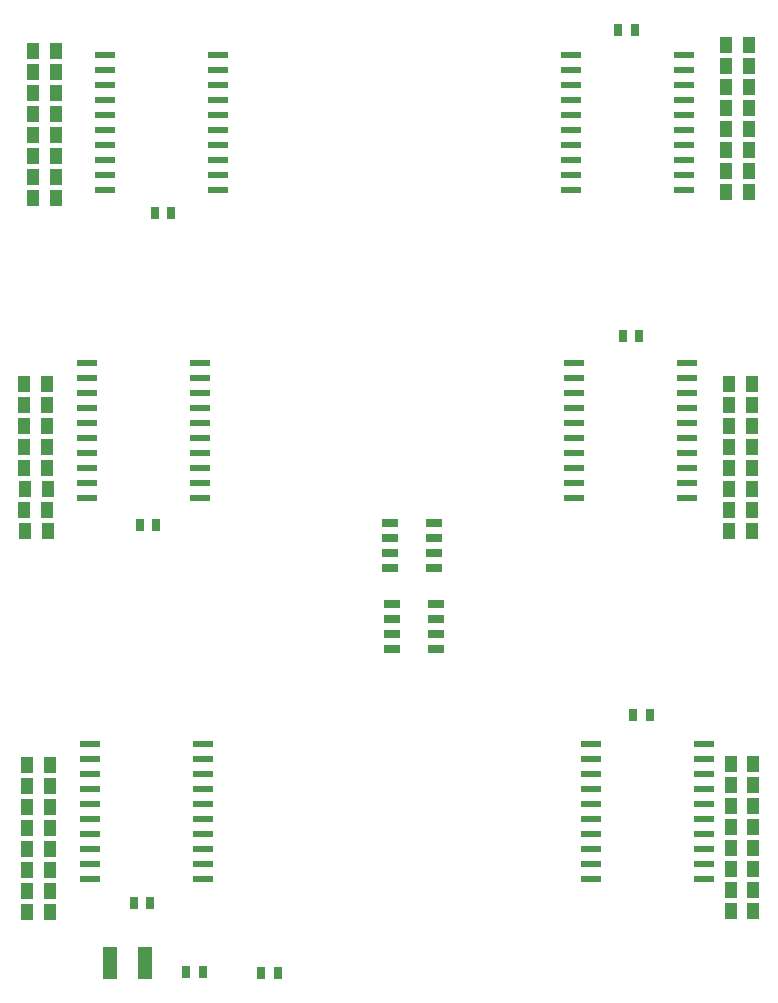
<source format=gtp>
G04*
G04 #@! TF.GenerationSoftware,Altium Limited,Altium Designer,23.4.1 (23)*
G04*
G04 Layer_Color=8421504*
%FSLAX25Y25*%
%MOIN*%
G70*
G04*
G04 #@! TF.SameCoordinates,D3063454-9748-4D5F-95FB-788F291D17A3*
G04*
G04*
G04 #@! TF.FilePolarity,Positive*
G04*
G01*
G75*
%ADD15R,0.07100X0.02100*%
%ADD16R,0.03937X0.05709*%
%ADD17R,0.03071X0.03898*%
%ADD18R,0.05787X0.02913*%
%ADD19R,0.04646X0.11063*%
D15*
X188200Y166000D02*
D03*
Y171000D02*
D03*
Y176000D02*
D03*
Y181000D02*
D03*
Y186000D02*
D03*
Y191000D02*
D03*
Y196000D02*
D03*
Y201000D02*
D03*
Y206000D02*
D03*
Y211000D02*
D03*
X225800D02*
D03*
Y206000D02*
D03*
Y201000D02*
D03*
Y196000D02*
D03*
Y191000D02*
D03*
Y186000D02*
D03*
Y181000D02*
D03*
Y176000D02*
D03*
Y171000D02*
D03*
Y166000D02*
D03*
X187200Y293000D02*
D03*
Y298000D02*
D03*
Y303000D02*
D03*
Y308000D02*
D03*
Y313000D02*
D03*
Y318000D02*
D03*
Y323000D02*
D03*
Y328000D02*
D03*
Y333000D02*
D03*
Y338000D02*
D03*
X224800D02*
D03*
Y333000D02*
D03*
Y328000D02*
D03*
Y323000D02*
D03*
Y318000D02*
D03*
Y313000D02*
D03*
Y308000D02*
D03*
Y303000D02*
D03*
Y298000D02*
D03*
Y293000D02*
D03*
X193200Y395500D02*
D03*
Y400500D02*
D03*
Y405500D02*
D03*
Y410500D02*
D03*
Y415500D02*
D03*
Y420500D02*
D03*
Y425500D02*
D03*
Y430500D02*
D03*
Y435500D02*
D03*
Y440500D02*
D03*
X230800D02*
D03*
Y435500D02*
D03*
Y430500D02*
D03*
Y425500D02*
D03*
Y420500D02*
D03*
Y415500D02*
D03*
Y410500D02*
D03*
Y405500D02*
D03*
Y400500D02*
D03*
Y395500D02*
D03*
X355200Y211000D02*
D03*
Y206000D02*
D03*
Y201000D02*
D03*
Y196000D02*
D03*
Y191000D02*
D03*
Y186000D02*
D03*
Y181000D02*
D03*
Y176000D02*
D03*
Y171000D02*
D03*
Y166000D02*
D03*
X392800D02*
D03*
Y171000D02*
D03*
Y176000D02*
D03*
Y181000D02*
D03*
Y186000D02*
D03*
Y191000D02*
D03*
Y196000D02*
D03*
Y201000D02*
D03*
Y206000D02*
D03*
Y211000D02*
D03*
X348400Y440500D02*
D03*
Y435500D02*
D03*
Y430500D02*
D03*
Y425500D02*
D03*
Y420500D02*
D03*
Y415500D02*
D03*
Y410500D02*
D03*
Y405500D02*
D03*
Y400500D02*
D03*
Y395500D02*
D03*
X386000D02*
D03*
Y400500D02*
D03*
Y405500D02*
D03*
Y410500D02*
D03*
Y415500D02*
D03*
Y420500D02*
D03*
Y425500D02*
D03*
Y430500D02*
D03*
Y435500D02*
D03*
Y440500D02*
D03*
X349400Y338000D02*
D03*
Y333000D02*
D03*
Y328000D02*
D03*
Y323000D02*
D03*
Y318000D02*
D03*
Y313000D02*
D03*
Y308000D02*
D03*
Y303000D02*
D03*
Y298000D02*
D03*
Y293000D02*
D03*
X387000D02*
D03*
Y298000D02*
D03*
Y303000D02*
D03*
Y308000D02*
D03*
Y313000D02*
D03*
Y318000D02*
D03*
Y323000D02*
D03*
Y328000D02*
D03*
Y333000D02*
D03*
Y338000D02*
D03*
D16*
X166520Y296000D02*
D03*
X174000D02*
D03*
X166260Y303000D02*
D03*
X173740D02*
D03*
X166260Y310000D02*
D03*
X173740D02*
D03*
X166260Y331000D02*
D03*
X173740D02*
D03*
X166260Y289000D02*
D03*
X173740D02*
D03*
X166260Y324000D02*
D03*
X173740D02*
D03*
X166260Y317000D02*
D03*
X173740D02*
D03*
X166520Y282000D02*
D03*
X174000D02*
D03*
X169260Y435000D02*
D03*
X176740D02*
D03*
X169260Y393000D02*
D03*
X176740D02*
D03*
X169260Y400000D02*
D03*
X176740D02*
D03*
X169260Y407000D02*
D03*
X176740D02*
D03*
X169260Y414000D02*
D03*
X176740D02*
D03*
X169260Y428000D02*
D03*
X176740D02*
D03*
X169260Y421000D02*
D03*
X176740D02*
D03*
X169260Y442000D02*
D03*
X176740D02*
D03*
X400260Y430000D02*
D03*
X407740D02*
D03*
Y423000D02*
D03*
X400260D02*
D03*
X407740Y416000D02*
D03*
X400260D02*
D03*
X407740Y402000D02*
D03*
X400260D02*
D03*
X407740Y409000D02*
D03*
X400260D02*
D03*
X407740Y437000D02*
D03*
X400260D02*
D03*
X407740Y444000D02*
D03*
X400260D02*
D03*
X409248Y155328D02*
D03*
X401768D02*
D03*
X409248Y162328D02*
D03*
X401768D02*
D03*
X409248Y197328D02*
D03*
X401768D02*
D03*
X409248Y204328D02*
D03*
X401768D02*
D03*
X409248Y183328D02*
D03*
X401768D02*
D03*
X409248Y190328D02*
D03*
X401768D02*
D03*
X409248Y169328D02*
D03*
X401768D02*
D03*
X409248Y176328D02*
D03*
X401768D02*
D03*
X408740Y296000D02*
D03*
X401260D02*
D03*
X408740Y317000D02*
D03*
X401260D02*
D03*
X408740Y303000D02*
D03*
X401260D02*
D03*
X408740Y310000D02*
D03*
X401260D02*
D03*
X408740Y289000D02*
D03*
X401260D02*
D03*
X408740Y282000D02*
D03*
X401260D02*
D03*
X408740Y331000D02*
D03*
X401260D02*
D03*
X408740Y324000D02*
D03*
X401260D02*
D03*
X407740Y395000D02*
D03*
X400260D02*
D03*
X174740Y155000D02*
D03*
X167260D02*
D03*
X174740Y162000D02*
D03*
X167260D02*
D03*
X174740Y169000D02*
D03*
X167260D02*
D03*
X174740Y176000D02*
D03*
X167260D02*
D03*
X174740Y183000D02*
D03*
X167260D02*
D03*
X174740Y190000D02*
D03*
X167260D02*
D03*
X174740Y197000D02*
D03*
X167260D02*
D03*
X174740Y204000D02*
D03*
X167260D02*
D03*
D17*
X210256Y284000D02*
D03*
X204744D02*
D03*
X220244Y135000D02*
D03*
X225756D02*
D03*
X245244Y134500D02*
D03*
X250756D02*
D03*
X364244Y449000D02*
D03*
X369756D02*
D03*
X369244Y220500D02*
D03*
X374756D02*
D03*
X365744Y347000D02*
D03*
X371256D02*
D03*
X209744Y388000D02*
D03*
X215256D02*
D03*
X208256Y158000D02*
D03*
X202744D02*
D03*
D18*
X288138Y269500D02*
D03*
X302862D02*
D03*
X288138Y274500D02*
D03*
X302862D02*
D03*
X288138Y279500D02*
D03*
X302862D02*
D03*
X288138Y284500D02*
D03*
X302862D02*
D03*
X288638Y242500D02*
D03*
X303362D02*
D03*
X288638Y247500D02*
D03*
X303362D02*
D03*
X288638Y252500D02*
D03*
X303362D02*
D03*
X288638Y257500D02*
D03*
X303362D02*
D03*
D19*
X194653Y138000D02*
D03*
X206347D02*
D03*
M02*

</source>
